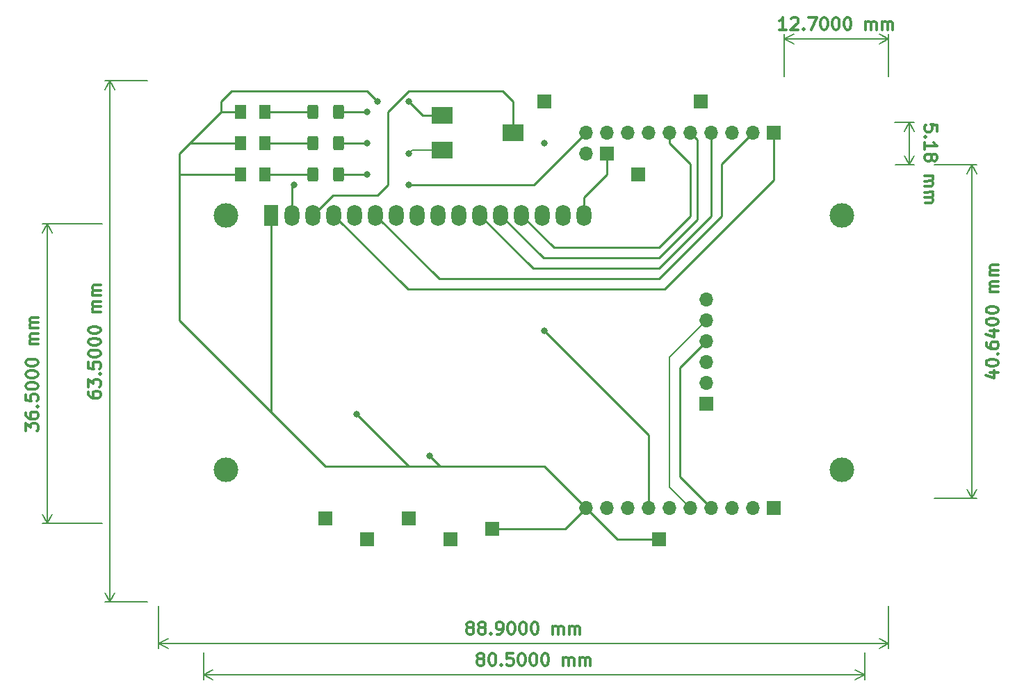
<source format=gbr>
%TF.GenerationSoftware,KiCad,Pcbnew,(6.0.4-0)*%
%TF.CreationDate,2022-04-21T19:16:38-04:00*%
%TF.ProjectId,msp_stuff,6d73705f-7374-4756-9666-2e6b69636164,rev?*%
%TF.SameCoordinates,Original*%
%TF.FileFunction,Copper,L1,Top*%
%TF.FilePolarity,Positive*%
%FSLAX46Y46*%
G04 Gerber Fmt 4.6, Leading zero omitted, Abs format (unit mm)*
G04 Created by KiCad (PCBNEW (6.0.4-0)) date 2022-04-21 19:16:38*
%MOMM*%
%LPD*%
G01*
G04 APERTURE LIST*
G04 Aperture macros list*
%AMRoundRect*
0 Rectangle with rounded corners*
0 $1 Rounding radius*
0 $2 $3 $4 $5 $6 $7 $8 $9 X,Y pos of 4 corners*
0 Add a 4 corners polygon primitive as box body*
4,1,4,$2,$3,$4,$5,$6,$7,$8,$9,$2,$3,0*
0 Add four circle primitives for the rounded corners*
1,1,$1+$1,$2,$3*
1,1,$1+$1,$4,$5*
1,1,$1+$1,$6,$7*
1,1,$1+$1,$8,$9*
0 Add four rect primitives between the rounded corners*
20,1,$1+$1,$2,$3,$4,$5,0*
20,1,$1+$1,$4,$5,$6,$7,0*
20,1,$1+$1,$6,$7,$8,$9,0*
20,1,$1+$1,$8,$9,$2,$3,0*%
G04 Aperture macros list end*
%ADD10C,0.300000*%
%TA.AperFunction,NonConductor*%
%ADD11C,0.300000*%
%TD*%
%TA.AperFunction,NonConductor*%
%ADD12C,0.200000*%
%TD*%
%TA.AperFunction,ComponentPad*%
%ADD13R,1.700000X1.700000*%
%TD*%
%TA.AperFunction,ComponentPad*%
%ADD14O,1.700000X1.700000*%
%TD*%
%TA.AperFunction,SMDPad,CuDef*%
%ADD15RoundRect,0.250001X-0.462499X-0.624999X0.462499X-0.624999X0.462499X0.624999X-0.462499X0.624999X0*%
%TD*%
%TA.AperFunction,SMDPad,CuDef*%
%ADD16RoundRect,0.250000X-0.400000X-0.625000X0.400000X-0.625000X0.400000X0.625000X-0.400000X0.625000X0*%
%TD*%
%TA.AperFunction,ComponentPad*%
%ADD17C,3.000000*%
%TD*%
%TA.AperFunction,ComponentPad*%
%ADD18R,1.800000X2.600000*%
%TD*%
%TA.AperFunction,ComponentPad*%
%ADD19O,1.800000X2.600000*%
%TD*%
%TA.AperFunction,SMDPad,CuDef*%
%ADD20R,2.500000X2.000000*%
%TD*%
%TA.AperFunction,ViaPad*%
%ADD21C,0.800000*%
%TD*%
%TA.AperFunction,Conductor*%
%ADD22C,0.250000*%
%TD*%
%TA.AperFunction,Conductor*%
%ADD23C,0.200000*%
%TD*%
G04 APERTURE END LIST*
D10*
D11*
X155218571Y-87778571D02*
X154361428Y-87778571D01*
X154790000Y-87778571D02*
X154790000Y-86278571D01*
X154647142Y-86492857D01*
X154504285Y-86635714D01*
X154361428Y-86707142D01*
X155790000Y-86421428D02*
X155861428Y-86350000D01*
X156004285Y-86278571D01*
X156361428Y-86278571D01*
X156504285Y-86350000D01*
X156575714Y-86421428D01*
X156647142Y-86564285D01*
X156647142Y-86707142D01*
X156575714Y-86921428D01*
X155718571Y-87778571D01*
X156647142Y-87778571D01*
X157290000Y-87635714D02*
X157361428Y-87707142D01*
X157290000Y-87778571D01*
X157218571Y-87707142D01*
X157290000Y-87635714D01*
X157290000Y-87778571D01*
X157861428Y-86278571D02*
X158861428Y-86278571D01*
X158218571Y-87778571D01*
X159718571Y-86278571D02*
X159861428Y-86278571D01*
X160004285Y-86350000D01*
X160075714Y-86421428D01*
X160147142Y-86564285D01*
X160218571Y-86850000D01*
X160218571Y-87207142D01*
X160147142Y-87492857D01*
X160075714Y-87635714D01*
X160004285Y-87707142D01*
X159861428Y-87778571D01*
X159718571Y-87778571D01*
X159575714Y-87707142D01*
X159504285Y-87635714D01*
X159432857Y-87492857D01*
X159361428Y-87207142D01*
X159361428Y-86850000D01*
X159432857Y-86564285D01*
X159504285Y-86421428D01*
X159575714Y-86350000D01*
X159718571Y-86278571D01*
X161147142Y-86278571D02*
X161290000Y-86278571D01*
X161432857Y-86350000D01*
X161504285Y-86421428D01*
X161575714Y-86564285D01*
X161647142Y-86850000D01*
X161647142Y-87207142D01*
X161575714Y-87492857D01*
X161504285Y-87635714D01*
X161432857Y-87707142D01*
X161290000Y-87778571D01*
X161147142Y-87778571D01*
X161004285Y-87707142D01*
X160932857Y-87635714D01*
X160861428Y-87492857D01*
X160790000Y-87207142D01*
X160790000Y-86850000D01*
X160861428Y-86564285D01*
X160932857Y-86421428D01*
X161004285Y-86350000D01*
X161147142Y-86278571D01*
X162575714Y-86278571D02*
X162718571Y-86278571D01*
X162861428Y-86350000D01*
X162932857Y-86421428D01*
X163004285Y-86564285D01*
X163075714Y-86850000D01*
X163075714Y-87207142D01*
X163004285Y-87492857D01*
X162932857Y-87635714D01*
X162861428Y-87707142D01*
X162718571Y-87778571D01*
X162575714Y-87778571D01*
X162432857Y-87707142D01*
X162361428Y-87635714D01*
X162290000Y-87492857D01*
X162218571Y-87207142D01*
X162218571Y-86850000D01*
X162290000Y-86564285D01*
X162361428Y-86421428D01*
X162432857Y-86350000D01*
X162575714Y-86278571D01*
X164861428Y-87778571D02*
X164861428Y-86778571D01*
X164861428Y-86921428D02*
X164932857Y-86850000D01*
X165075714Y-86778571D01*
X165290000Y-86778571D01*
X165432857Y-86850000D01*
X165504285Y-86992857D01*
X165504285Y-87778571D01*
X165504285Y-86992857D02*
X165575714Y-86850000D01*
X165718571Y-86778571D01*
X165932857Y-86778571D01*
X166075714Y-86850000D01*
X166147142Y-86992857D01*
X166147142Y-87778571D01*
X166861428Y-87778571D02*
X166861428Y-86778571D01*
X166861428Y-86921428D02*
X166932857Y-86850000D01*
X167075714Y-86778571D01*
X167290000Y-86778571D01*
X167432857Y-86850000D01*
X167504285Y-86992857D01*
X167504285Y-87778571D01*
X167504285Y-86992857D02*
X167575714Y-86850000D01*
X167718571Y-86778571D01*
X167932857Y-86778571D01*
X168075714Y-86850000D01*
X168147142Y-86992857D01*
X168147142Y-87778571D01*
D12*
X167640000Y-93479999D02*
X167640000Y-88313580D01*
X154940000Y-93479999D02*
X154940000Y-88313580D01*
X167640000Y-88900000D02*
X154940000Y-88900000D01*
X167640000Y-88900000D02*
X154940000Y-88900000D01*
X167640000Y-88900000D02*
X166513496Y-88313579D01*
X167640000Y-88900000D02*
X166513496Y-89486421D01*
X154940000Y-88900000D02*
X156066504Y-89486421D01*
X154940000Y-88900000D02*
X156066504Y-88313579D01*
D10*
D11*
X180018571Y-129499458D02*
X181018571Y-129499458D01*
X179447142Y-129856601D02*
X180518571Y-130213744D01*
X180518571Y-129285173D01*
X179518571Y-128428030D02*
X179518571Y-128285173D01*
X179590000Y-128142315D01*
X179661428Y-128070887D01*
X179804285Y-127999458D01*
X180090000Y-127928030D01*
X180447142Y-127928030D01*
X180732857Y-127999458D01*
X180875714Y-128070887D01*
X180947142Y-128142315D01*
X181018571Y-128285173D01*
X181018571Y-128428030D01*
X180947142Y-128570887D01*
X180875714Y-128642315D01*
X180732857Y-128713744D01*
X180447142Y-128785173D01*
X180090000Y-128785173D01*
X179804285Y-128713744D01*
X179661428Y-128642315D01*
X179590000Y-128570887D01*
X179518571Y-128428030D01*
X180875714Y-127285173D02*
X180947142Y-127213744D01*
X181018571Y-127285173D01*
X180947142Y-127356601D01*
X180875714Y-127285173D01*
X181018571Y-127285173D01*
X179518571Y-125928030D02*
X179518571Y-126213744D01*
X179590000Y-126356601D01*
X179661428Y-126428030D01*
X179875714Y-126570887D01*
X180161428Y-126642315D01*
X180732857Y-126642315D01*
X180875714Y-126570887D01*
X180947142Y-126499458D01*
X181018571Y-126356601D01*
X181018571Y-126070887D01*
X180947142Y-125928030D01*
X180875714Y-125856601D01*
X180732857Y-125785173D01*
X180375714Y-125785173D01*
X180232857Y-125856601D01*
X180161428Y-125928030D01*
X180090000Y-126070887D01*
X180090000Y-126356601D01*
X180161428Y-126499458D01*
X180232857Y-126570887D01*
X180375714Y-126642315D01*
X180018571Y-124499458D02*
X181018571Y-124499458D01*
X179447142Y-124856601D02*
X180518571Y-125213744D01*
X180518571Y-124285173D01*
X179518571Y-123428030D02*
X179518571Y-123285173D01*
X179590000Y-123142315D01*
X179661428Y-123070887D01*
X179804285Y-122999458D01*
X180090000Y-122928030D01*
X180447142Y-122928030D01*
X180732857Y-122999458D01*
X180875714Y-123070887D01*
X180947142Y-123142315D01*
X181018571Y-123285173D01*
X181018571Y-123428030D01*
X180947142Y-123570887D01*
X180875714Y-123642315D01*
X180732857Y-123713744D01*
X180447142Y-123785173D01*
X180090000Y-123785173D01*
X179804285Y-123713744D01*
X179661428Y-123642315D01*
X179590000Y-123570887D01*
X179518571Y-123428030D01*
X179518571Y-121999458D02*
X179518571Y-121856601D01*
X179590000Y-121713744D01*
X179661428Y-121642315D01*
X179804285Y-121570887D01*
X180090000Y-121499458D01*
X180447142Y-121499458D01*
X180732857Y-121570887D01*
X180875714Y-121642315D01*
X180947142Y-121713744D01*
X181018571Y-121856601D01*
X181018571Y-121999458D01*
X180947142Y-122142315D01*
X180875714Y-122213744D01*
X180732857Y-122285173D01*
X180447142Y-122356601D01*
X180090000Y-122356601D01*
X179804285Y-122285173D01*
X179661428Y-122213744D01*
X179590000Y-122142315D01*
X179518571Y-121999458D01*
X181018571Y-119713744D02*
X180018571Y-119713744D01*
X180161428Y-119713744D02*
X180090000Y-119642315D01*
X180018571Y-119499458D01*
X180018571Y-119285173D01*
X180090000Y-119142315D01*
X180232857Y-119070887D01*
X181018571Y-119070887D01*
X180232857Y-119070887D02*
X180090000Y-118999458D01*
X180018571Y-118856601D01*
X180018571Y-118642315D01*
X180090000Y-118499458D01*
X180232857Y-118428030D01*
X181018571Y-118428030D01*
X181018571Y-117713744D02*
X180018571Y-117713744D01*
X180161428Y-117713744D02*
X180090000Y-117642315D01*
X180018571Y-117499458D01*
X180018571Y-117285173D01*
X180090000Y-117142315D01*
X180232857Y-117070887D01*
X181018571Y-117070887D01*
X180232857Y-117070887D02*
X180090000Y-116999458D01*
X180018571Y-116856601D01*
X180018571Y-116642315D01*
X180090000Y-116499458D01*
X180232857Y-116428030D01*
X181018571Y-116428030D01*
D12*
X173220000Y-104235173D02*
X178386420Y-104235173D01*
X173220000Y-144875173D02*
X178386420Y-144875173D01*
X177800000Y-104235173D02*
X177800000Y-144875173D01*
X177800000Y-104235173D02*
X177800000Y-144875173D01*
X177800000Y-104235173D02*
X177213579Y-105361677D01*
X177800000Y-104235173D02*
X178386421Y-105361677D01*
X177800000Y-144875173D02*
X178386421Y-143748669D01*
X177800000Y-144875173D02*
X177213579Y-143748669D01*
D10*
D11*
X62538571Y-136682500D02*
X62538571Y-135753928D01*
X63110000Y-136253928D01*
X63110000Y-136039642D01*
X63181428Y-135896785D01*
X63252857Y-135825357D01*
X63395714Y-135753928D01*
X63752857Y-135753928D01*
X63895714Y-135825357D01*
X63967142Y-135896785D01*
X64038571Y-136039642D01*
X64038571Y-136468214D01*
X63967142Y-136611071D01*
X63895714Y-136682500D01*
X62538571Y-134468214D02*
X62538571Y-134753928D01*
X62610000Y-134896785D01*
X62681428Y-134968214D01*
X62895714Y-135111071D01*
X63181428Y-135182500D01*
X63752857Y-135182500D01*
X63895714Y-135111071D01*
X63967142Y-135039642D01*
X64038571Y-134896785D01*
X64038571Y-134611071D01*
X63967142Y-134468214D01*
X63895714Y-134396785D01*
X63752857Y-134325357D01*
X63395714Y-134325357D01*
X63252857Y-134396785D01*
X63181428Y-134468214D01*
X63110000Y-134611071D01*
X63110000Y-134896785D01*
X63181428Y-135039642D01*
X63252857Y-135111071D01*
X63395714Y-135182500D01*
X63895714Y-133682500D02*
X63967142Y-133611071D01*
X64038571Y-133682500D01*
X63967142Y-133753928D01*
X63895714Y-133682500D01*
X64038571Y-133682500D01*
X62538571Y-132253928D02*
X62538571Y-132968214D01*
X63252857Y-133039642D01*
X63181428Y-132968214D01*
X63110000Y-132825357D01*
X63110000Y-132468214D01*
X63181428Y-132325357D01*
X63252857Y-132253928D01*
X63395714Y-132182500D01*
X63752857Y-132182500D01*
X63895714Y-132253928D01*
X63967142Y-132325357D01*
X64038571Y-132468214D01*
X64038571Y-132825357D01*
X63967142Y-132968214D01*
X63895714Y-133039642D01*
X62538571Y-131253928D02*
X62538571Y-131111071D01*
X62610000Y-130968214D01*
X62681428Y-130896785D01*
X62824285Y-130825357D01*
X63110000Y-130753928D01*
X63467142Y-130753928D01*
X63752857Y-130825357D01*
X63895714Y-130896785D01*
X63967142Y-130968214D01*
X64038571Y-131111071D01*
X64038571Y-131253928D01*
X63967142Y-131396785D01*
X63895714Y-131468214D01*
X63752857Y-131539642D01*
X63467142Y-131611071D01*
X63110000Y-131611071D01*
X62824285Y-131539642D01*
X62681428Y-131468214D01*
X62610000Y-131396785D01*
X62538571Y-131253928D01*
X62538571Y-129825357D02*
X62538571Y-129682500D01*
X62610000Y-129539642D01*
X62681428Y-129468214D01*
X62824285Y-129396785D01*
X63110000Y-129325357D01*
X63467142Y-129325357D01*
X63752857Y-129396785D01*
X63895714Y-129468214D01*
X63967142Y-129539642D01*
X64038571Y-129682500D01*
X64038571Y-129825357D01*
X63967142Y-129968214D01*
X63895714Y-130039642D01*
X63752857Y-130111071D01*
X63467142Y-130182500D01*
X63110000Y-130182500D01*
X62824285Y-130111071D01*
X62681428Y-130039642D01*
X62610000Y-129968214D01*
X62538571Y-129825357D01*
X62538571Y-128396785D02*
X62538571Y-128253928D01*
X62610000Y-128111071D01*
X62681428Y-128039642D01*
X62824285Y-127968214D01*
X63110000Y-127896785D01*
X63467142Y-127896785D01*
X63752857Y-127968214D01*
X63895714Y-128039642D01*
X63967142Y-128111071D01*
X64038571Y-128253928D01*
X64038571Y-128396785D01*
X63967142Y-128539642D01*
X63895714Y-128611071D01*
X63752857Y-128682500D01*
X63467142Y-128753928D01*
X63110000Y-128753928D01*
X62824285Y-128682500D01*
X62681428Y-128611071D01*
X62610000Y-128539642D01*
X62538571Y-128396785D01*
X64038571Y-126111071D02*
X63038571Y-126111071D01*
X63181428Y-126111071D02*
X63110000Y-126039642D01*
X63038571Y-125896785D01*
X63038571Y-125682500D01*
X63110000Y-125539642D01*
X63252857Y-125468214D01*
X64038571Y-125468214D01*
X63252857Y-125468214D02*
X63110000Y-125396785D01*
X63038571Y-125253928D01*
X63038571Y-125039642D01*
X63110000Y-124896785D01*
X63252857Y-124825357D01*
X64038571Y-124825357D01*
X64038571Y-124111071D02*
X63038571Y-124111071D01*
X63181428Y-124111071D02*
X63110000Y-124039642D01*
X63038571Y-123896785D01*
X63038571Y-123682500D01*
X63110000Y-123539642D01*
X63252857Y-123468214D01*
X64038571Y-123468214D01*
X63252857Y-123468214D02*
X63110000Y-123396785D01*
X63038571Y-123253928D01*
X63038571Y-123039642D01*
X63110000Y-122896785D01*
X63252857Y-122825357D01*
X64038571Y-122825357D01*
D12*
X71890000Y-147932500D02*
X64573580Y-147932500D01*
X71890000Y-111432500D02*
X64573580Y-111432500D01*
X65160000Y-147932500D02*
X65160000Y-111432500D01*
X65160000Y-147932500D02*
X65160000Y-111432500D01*
X65160000Y-147932500D02*
X65746421Y-146805996D01*
X65160000Y-147932500D02*
X64573579Y-146805996D01*
X65160000Y-111432500D02*
X64573579Y-112559004D01*
X65160000Y-111432500D02*
X65746421Y-112559004D01*
D10*
D11*
X173518226Y-100135305D02*
X173514086Y-99421031D01*
X172799398Y-99353745D01*
X172871239Y-99424758D01*
X172943495Y-99567198D01*
X172945565Y-99924335D01*
X172874966Y-100067604D01*
X172803953Y-100139446D01*
X172661512Y-100211701D01*
X172304375Y-100213771D01*
X172161106Y-100143172D01*
X172089265Y-100072159D01*
X172017009Y-99929718D01*
X172014939Y-99572581D01*
X172085538Y-99429313D01*
X172156551Y-99357471D01*
X172165247Y-100857446D02*
X172094234Y-100929287D01*
X172022392Y-100858274D01*
X172093405Y-100786433D01*
X172165247Y-100857446D01*
X172022392Y-100858274D01*
X172031088Y-102358249D02*
X172026119Y-101501120D01*
X172028603Y-101929685D02*
X173528578Y-101920989D01*
X173313468Y-101779377D01*
X173169785Y-101637350D01*
X173097529Y-101494909D01*
X172893185Y-103210408D02*
X172963784Y-103067140D01*
X173034798Y-102995298D01*
X173177238Y-102923043D01*
X173248666Y-102922629D01*
X173391934Y-102993228D01*
X173463776Y-103064241D01*
X173536031Y-103206682D01*
X173537688Y-103492391D01*
X173467088Y-103635660D01*
X173396075Y-103707502D01*
X173253634Y-103779757D01*
X173182207Y-103780171D01*
X173038938Y-103709572D01*
X172967097Y-103638559D01*
X172894841Y-103496118D01*
X172893185Y-103210408D01*
X172820929Y-103067968D01*
X172749088Y-102996955D01*
X172605819Y-102926355D01*
X172320110Y-102928012D01*
X172177669Y-103000267D01*
X172106656Y-103072109D01*
X172036057Y-103215377D01*
X172037713Y-103501087D01*
X172109968Y-103643528D01*
X172181810Y-103714541D01*
X172325079Y-103785140D01*
X172610788Y-103783484D01*
X172753229Y-103711228D01*
X172824242Y-103639387D01*
X172894841Y-103496118D01*
X172049721Y-105572481D02*
X173049704Y-105566684D01*
X172906849Y-105567512D02*
X172978691Y-105638525D01*
X173050946Y-105780966D01*
X173052189Y-105995248D01*
X172981589Y-106138517D01*
X172839149Y-106210772D01*
X172053448Y-106215327D01*
X172839149Y-106210772D02*
X172982417Y-106281371D01*
X173054673Y-106423812D01*
X173055915Y-106638094D01*
X172985316Y-106781363D01*
X172842875Y-106853618D01*
X172057174Y-106858173D01*
X172061315Y-107572447D02*
X173061298Y-107566650D01*
X172918443Y-107567478D02*
X172990285Y-107638491D01*
X173062540Y-107780932D01*
X173063783Y-107995214D01*
X172993183Y-108138483D01*
X172850743Y-108210739D01*
X172065042Y-108215293D01*
X172850743Y-108210739D02*
X172994011Y-108281338D01*
X173066267Y-108423778D01*
X173067509Y-108638061D01*
X172996910Y-108781329D01*
X172854469Y-108853585D01*
X172068768Y-108858140D01*
D12*
X168397221Y-99070334D02*
X170736411Y-99056773D01*
X168427221Y-104245334D02*
X170766411Y-104231773D01*
X170150000Y-99060173D02*
X170180000Y-104235173D01*
X170150000Y-99060173D02*
X170180000Y-104235173D01*
X170150000Y-99060173D02*
X169570119Y-100190057D01*
X170150000Y-99060173D02*
X170742941Y-100183258D01*
X170180000Y-104235173D02*
X170759881Y-103105289D01*
X170180000Y-104235173D02*
X169587059Y-103112088D01*
D10*
D11*
X70158571Y-131944285D02*
X70158571Y-132230000D01*
X70230000Y-132372857D01*
X70301428Y-132444285D01*
X70515714Y-132587142D01*
X70801428Y-132658571D01*
X71372857Y-132658571D01*
X71515714Y-132587142D01*
X71587142Y-132515714D01*
X71658571Y-132372857D01*
X71658571Y-132087142D01*
X71587142Y-131944285D01*
X71515714Y-131872857D01*
X71372857Y-131801428D01*
X71015714Y-131801428D01*
X70872857Y-131872857D01*
X70801428Y-131944285D01*
X70730000Y-132087142D01*
X70730000Y-132372857D01*
X70801428Y-132515714D01*
X70872857Y-132587142D01*
X71015714Y-132658571D01*
X70158571Y-131301428D02*
X70158571Y-130372857D01*
X70730000Y-130872857D01*
X70730000Y-130658571D01*
X70801428Y-130515714D01*
X70872857Y-130444285D01*
X71015714Y-130372857D01*
X71372857Y-130372857D01*
X71515714Y-130444285D01*
X71587142Y-130515714D01*
X71658571Y-130658571D01*
X71658571Y-131087142D01*
X71587142Y-131230000D01*
X71515714Y-131301428D01*
X71515714Y-129730000D02*
X71587142Y-129658571D01*
X71658571Y-129730000D01*
X71587142Y-129801428D01*
X71515714Y-129730000D01*
X71658571Y-129730000D01*
X70158571Y-128301428D02*
X70158571Y-129015714D01*
X70872857Y-129087142D01*
X70801428Y-129015714D01*
X70730000Y-128872857D01*
X70730000Y-128515714D01*
X70801428Y-128372857D01*
X70872857Y-128301428D01*
X71015714Y-128230000D01*
X71372857Y-128230000D01*
X71515714Y-128301428D01*
X71587142Y-128372857D01*
X71658571Y-128515714D01*
X71658571Y-128872857D01*
X71587142Y-129015714D01*
X71515714Y-129087142D01*
X70158571Y-127301428D02*
X70158571Y-127158571D01*
X70230000Y-127015714D01*
X70301428Y-126944285D01*
X70444285Y-126872857D01*
X70730000Y-126801428D01*
X71087142Y-126801428D01*
X71372857Y-126872857D01*
X71515714Y-126944285D01*
X71587142Y-127015714D01*
X71658571Y-127158571D01*
X71658571Y-127301428D01*
X71587142Y-127444285D01*
X71515714Y-127515714D01*
X71372857Y-127587142D01*
X71087142Y-127658571D01*
X70730000Y-127658571D01*
X70444285Y-127587142D01*
X70301428Y-127515714D01*
X70230000Y-127444285D01*
X70158571Y-127301428D01*
X70158571Y-125872857D02*
X70158571Y-125730000D01*
X70230000Y-125587142D01*
X70301428Y-125515714D01*
X70444285Y-125444285D01*
X70730000Y-125372857D01*
X71087142Y-125372857D01*
X71372857Y-125444285D01*
X71515714Y-125515714D01*
X71587142Y-125587142D01*
X71658571Y-125730000D01*
X71658571Y-125872857D01*
X71587142Y-126015714D01*
X71515714Y-126087142D01*
X71372857Y-126158571D01*
X71087142Y-126230000D01*
X70730000Y-126230000D01*
X70444285Y-126158571D01*
X70301428Y-126087142D01*
X70230000Y-126015714D01*
X70158571Y-125872857D01*
X70158571Y-124444285D02*
X70158571Y-124301428D01*
X70230000Y-124158571D01*
X70301428Y-124087142D01*
X70444285Y-124015714D01*
X70730000Y-123944285D01*
X71087142Y-123944285D01*
X71372857Y-124015714D01*
X71515714Y-124087142D01*
X71587142Y-124158571D01*
X71658571Y-124301428D01*
X71658571Y-124444285D01*
X71587142Y-124587142D01*
X71515714Y-124658571D01*
X71372857Y-124730000D01*
X71087142Y-124801428D01*
X70730000Y-124801428D01*
X70444285Y-124730000D01*
X70301428Y-124658571D01*
X70230000Y-124587142D01*
X70158571Y-124444285D01*
X71658571Y-122158571D02*
X70658571Y-122158571D01*
X70801428Y-122158571D02*
X70730000Y-122087142D01*
X70658571Y-121944285D01*
X70658571Y-121730000D01*
X70730000Y-121587142D01*
X70872857Y-121515714D01*
X71658571Y-121515714D01*
X70872857Y-121515714D02*
X70730000Y-121444285D01*
X70658571Y-121301428D01*
X70658571Y-121087142D01*
X70730000Y-120944285D01*
X70872857Y-120872857D01*
X71658571Y-120872857D01*
X71658571Y-120158571D02*
X70658571Y-120158571D01*
X70801428Y-120158571D02*
X70730000Y-120087142D01*
X70658571Y-119944285D01*
X70658571Y-119730000D01*
X70730000Y-119587142D01*
X70872857Y-119515714D01*
X71658571Y-119515714D01*
X70872857Y-119515714D02*
X70730000Y-119444285D01*
X70658571Y-119301428D01*
X70658571Y-119087142D01*
X70730000Y-118944285D01*
X70872857Y-118872857D01*
X71658571Y-118872857D01*
D12*
X77360000Y-93980000D02*
X72193580Y-93980000D01*
X77360000Y-157480000D02*
X72193580Y-157480000D01*
X72780000Y-93980000D02*
X72780000Y-157480000D01*
X72780000Y-93980000D02*
X72780000Y-157480000D01*
X72780000Y-93980000D02*
X72193579Y-95106504D01*
X72780000Y-93980000D02*
X73366421Y-95106504D01*
X72780000Y-157480000D02*
X73366421Y-156353496D01*
X72780000Y-157480000D02*
X72193579Y-156353496D01*
D10*
D11*
X116547142Y-160581428D02*
X116404285Y-160510000D01*
X116332857Y-160438571D01*
X116261428Y-160295714D01*
X116261428Y-160224285D01*
X116332857Y-160081428D01*
X116404285Y-160010000D01*
X116547142Y-159938571D01*
X116832857Y-159938571D01*
X116975714Y-160010000D01*
X117047142Y-160081428D01*
X117118571Y-160224285D01*
X117118571Y-160295714D01*
X117047142Y-160438571D01*
X116975714Y-160510000D01*
X116832857Y-160581428D01*
X116547142Y-160581428D01*
X116404285Y-160652857D01*
X116332857Y-160724285D01*
X116261428Y-160867142D01*
X116261428Y-161152857D01*
X116332857Y-161295714D01*
X116404285Y-161367142D01*
X116547142Y-161438571D01*
X116832857Y-161438571D01*
X116975714Y-161367142D01*
X117047142Y-161295714D01*
X117118571Y-161152857D01*
X117118571Y-160867142D01*
X117047142Y-160724285D01*
X116975714Y-160652857D01*
X116832857Y-160581428D01*
X117975714Y-160581428D02*
X117832857Y-160510000D01*
X117761428Y-160438571D01*
X117690000Y-160295714D01*
X117690000Y-160224285D01*
X117761428Y-160081428D01*
X117832857Y-160010000D01*
X117975714Y-159938571D01*
X118261428Y-159938571D01*
X118404285Y-160010000D01*
X118475714Y-160081428D01*
X118547142Y-160224285D01*
X118547142Y-160295714D01*
X118475714Y-160438571D01*
X118404285Y-160510000D01*
X118261428Y-160581428D01*
X117975714Y-160581428D01*
X117832857Y-160652857D01*
X117761428Y-160724285D01*
X117690000Y-160867142D01*
X117690000Y-161152857D01*
X117761428Y-161295714D01*
X117832857Y-161367142D01*
X117975714Y-161438571D01*
X118261428Y-161438571D01*
X118404285Y-161367142D01*
X118475714Y-161295714D01*
X118547142Y-161152857D01*
X118547142Y-160867142D01*
X118475714Y-160724285D01*
X118404285Y-160652857D01*
X118261428Y-160581428D01*
X119190000Y-161295714D02*
X119261428Y-161367142D01*
X119190000Y-161438571D01*
X119118571Y-161367142D01*
X119190000Y-161295714D01*
X119190000Y-161438571D01*
X119975714Y-161438571D02*
X120261428Y-161438571D01*
X120404285Y-161367142D01*
X120475714Y-161295714D01*
X120618571Y-161081428D01*
X120690000Y-160795714D01*
X120690000Y-160224285D01*
X120618571Y-160081428D01*
X120547142Y-160010000D01*
X120404285Y-159938571D01*
X120118571Y-159938571D01*
X119975714Y-160010000D01*
X119904285Y-160081428D01*
X119832857Y-160224285D01*
X119832857Y-160581428D01*
X119904285Y-160724285D01*
X119975714Y-160795714D01*
X120118571Y-160867142D01*
X120404285Y-160867142D01*
X120547142Y-160795714D01*
X120618571Y-160724285D01*
X120690000Y-160581428D01*
X121618571Y-159938571D02*
X121761428Y-159938571D01*
X121904285Y-160010000D01*
X121975714Y-160081428D01*
X122047142Y-160224285D01*
X122118571Y-160510000D01*
X122118571Y-160867142D01*
X122047142Y-161152857D01*
X121975714Y-161295714D01*
X121904285Y-161367142D01*
X121761428Y-161438571D01*
X121618571Y-161438571D01*
X121475714Y-161367142D01*
X121404285Y-161295714D01*
X121332857Y-161152857D01*
X121261428Y-160867142D01*
X121261428Y-160510000D01*
X121332857Y-160224285D01*
X121404285Y-160081428D01*
X121475714Y-160010000D01*
X121618571Y-159938571D01*
X123047142Y-159938571D02*
X123190000Y-159938571D01*
X123332857Y-160010000D01*
X123404285Y-160081428D01*
X123475714Y-160224285D01*
X123547142Y-160510000D01*
X123547142Y-160867142D01*
X123475714Y-161152857D01*
X123404285Y-161295714D01*
X123332857Y-161367142D01*
X123190000Y-161438571D01*
X123047142Y-161438571D01*
X122904285Y-161367142D01*
X122832857Y-161295714D01*
X122761428Y-161152857D01*
X122690000Y-160867142D01*
X122690000Y-160510000D01*
X122761428Y-160224285D01*
X122832857Y-160081428D01*
X122904285Y-160010000D01*
X123047142Y-159938571D01*
X124475714Y-159938571D02*
X124618571Y-159938571D01*
X124761428Y-160010000D01*
X124832857Y-160081428D01*
X124904285Y-160224285D01*
X124975714Y-160510000D01*
X124975714Y-160867142D01*
X124904285Y-161152857D01*
X124832857Y-161295714D01*
X124761428Y-161367142D01*
X124618571Y-161438571D01*
X124475714Y-161438571D01*
X124332857Y-161367142D01*
X124261428Y-161295714D01*
X124190000Y-161152857D01*
X124118571Y-160867142D01*
X124118571Y-160510000D01*
X124190000Y-160224285D01*
X124261428Y-160081428D01*
X124332857Y-160010000D01*
X124475714Y-159938571D01*
X126761428Y-161438571D02*
X126761428Y-160438571D01*
X126761428Y-160581428D02*
X126832857Y-160510000D01*
X126975714Y-160438571D01*
X127190000Y-160438571D01*
X127332857Y-160510000D01*
X127404285Y-160652857D01*
X127404285Y-161438571D01*
X127404285Y-160652857D02*
X127475714Y-160510000D01*
X127618571Y-160438571D01*
X127832857Y-160438571D01*
X127975714Y-160510000D01*
X128047142Y-160652857D01*
X128047142Y-161438571D01*
X128761428Y-161438571D02*
X128761428Y-160438571D01*
X128761428Y-160581428D02*
X128832857Y-160510000D01*
X128975714Y-160438571D01*
X129190000Y-160438571D01*
X129332857Y-160510000D01*
X129404285Y-160652857D01*
X129404285Y-161438571D01*
X129404285Y-160652857D02*
X129475714Y-160510000D01*
X129618571Y-160438571D01*
X129832857Y-160438571D01*
X129975714Y-160510000D01*
X130047142Y-160652857D01*
X130047142Y-161438571D01*
D12*
X78740000Y-157980000D02*
X78740000Y-163146420D01*
X167640000Y-157980000D02*
X167640000Y-163146420D01*
X78740000Y-162560000D02*
X167640000Y-162560000D01*
X78740000Y-162560000D02*
X167640000Y-162560000D01*
X78740000Y-162560000D02*
X79866504Y-163146421D01*
X78740000Y-162560000D02*
X79866504Y-161973579D01*
X167640000Y-162560000D02*
X166513496Y-161973579D01*
X167640000Y-162560000D02*
X166513496Y-163146421D01*
D10*
D11*
X117817142Y-164391428D02*
X117674285Y-164320000D01*
X117602857Y-164248571D01*
X117531428Y-164105714D01*
X117531428Y-164034285D01*
X117602857Y-163891428D01*
X117674285Y-163820000D01*
X117817142Y-163748571D01*
X118102857Y-163748571D01*
X118245714Y-163820000D01*
X118317142Y-163891428D01*
X118388571Y-164034285D01*
X118388571Y-164105714D01*
X118317142Y-164248571D01*
X118245714Y-164320000D01*
X118102857Y-164391428D01*
X117817142Y-164391428D01*
X117674285Y-164462857D01*
X117602857Y-164534285D01*
X117531428Y-164677142D01*
X117531428Y-164962857D01*
X117602857Y-165105714D01*
X117674285Y-165177142D01*
X117817142Y-165248571D01*
X118102857Y-165248571D01*
X118245714Y-165177142D01*
X118317142Y-165105714D01*
X118388571Y-164962857D01*
X118388571Y-164677142D01*
X118317142Y-164534285D01*
X118245714Y-164462857D01*
X118102857Y-164391428D01*
X119317142Y-163748571D02*
X119460000Y-163748571D01*
X119602857Y-163820000D01*
X119674285Y-163891428D01*
X119745714Y-164034285D01*
X119817142Y-164320000D01*
X119817142Y-164677142D01*
X119745714Y-164962857D01*
X119674285Y-165105714D01*
X119602857Y-165177142D01*
X119460000Y-165248571D01*
X119317142Y-165248571D01*
X119174285Y-165177142D01*
X119102857Y-165105714D01*
X119031428Y-164962857D01*
X118960000Y-164677142D01*
X118960000Y-164320000D01*
X119031428Y-164034285D01*
X119102857Y-163891428D01*
X119174285Y-163820000D01*
X119317142Y-163748571D01*
X120460000Y-165105714D02*
X120531428Y-165177142D01*
X120460000Y-165248571D01*
X120388571Y-165177142D01*
X120460000Y-165105714D01*
X120460000Y-165248571D01*
X121888571Y-163748571D02*
X121174285Y-163748571D01*
X121102857Y-164462857D01*
X121174285Y-164391428D01*
X121317142Y-164320000D01*
X121674285Y-164320000D01*
X121817142Y-164391428D01*
X121888571Y-164462857D01*
X121960000Y-164605714D01*
X121960000Y-164962857D01*
X121888571Y-165105714D01*
X121817142Y-165177142D01*
X121674285Y-165248571D01*
X121317142Y-165248571D01*
X121174285Y-165177142D01*
X121102857Y-165105714D01*
X122888571Y-163748571D02*
X123031428Y-163748571D01*
X123174285Y-163820000D01*
X123245714Y-163891428D01*
X123317142Y-164034285D01*
X123388571Y-164320000D01*
X123388571Y-164677142D01*
X123317142Y-164962857D01*
X123245714Y-165105714D01*
X123174285Y-165177142D01*
X123031428Y-165248571D01*
X122888571Y-165248571D01*
X122745714Y-165177142D01*
X122674285Y-165105714D01*
X122602857Y-164962857D01*
X122531428Y-164677142D01*
X122531428Y-164320000D01*
X122602857Y-164034285D01*
X122674285Y-163891428D01*
X122745714Y-163820000D01*
X122888571Y-163748571D01*
X124317142Y-163748571D02*
X124460000Y-163748571D01*
X124602857Y-163820000D01*
X124674285Y-163891428D01*
X124745714Y-164034285D01*
X124817142Y-164320000D01*
X124817142Y-164677142D01*
X124745714Y-164962857D01*
X124674285Y-165105714D01*
X124602857Y-165177142D01*
X124460000Y-165248571D01*
X124317142Y-165248571D01*
X124174285Y-165177142D01*
X124102857Y-165105714D01*
X124031428Y-164962857D01*
X123960000Y-164677142D01*
X123960000Y-164320000D01*
X124031428Y-164034285D01*
X124102857Y-163891428D01*
X124174285Y-163820000D01*
X124317142Y-163748571D01*
X125745714Y-163748571D02*
X125888571Y-163748571D01*
X126031428Y-163820000D01*
X126102857Y-163891428D01*
X126174285Y-164034285D01*
X126245714Y-164320000D01*
X126245714Y-164677142D01*
X126174285Y-164962857D01*
X126102857Y-165105714D01*
X126031428Y-165177142D01*
X125888571Y-165248571D01*
X125745714Y-165248571D01*
X125602857Y-165177142D01*
X125531428Y-165105714D01*
X125460000Y-164962857D01*
X125388571Y-164677142D01*
X125388571Y-164320000D01*
X125460000Y-164034285D01*
X125531428Y-163891428D01*
X125602857Y-163820000D01*
X125745714Y-163748571D01*
X128031428Y-165248571D02*
X128031428Y-164248571D01*
X128031428Y-164391428D02*
X128102857Y-164320000D01*
X128245714Y-164248571D01*
X128460000Y-164248571D01*
X128602857Y-164320000D01*
X128674285Y-164462857D01*
X128674285Y-165248571D01*
X128674285Y-164462857D02*
X128745714Y-164320000D01*
X128888571Y-164248571D01*
X129102857Y-164248571D01*
X129245714Y-164320000D01*
X129317142Y-164462857D01*
X129317142Y-165248571D01*
X130031428Y-165248571D02*
X130031428Y-164248571D01*
X130031428Y-164391428D02*
X130102857Y-164320000D01*
X130245714Y-164248571D01*
X130460000Y-164248571D01*
X130602857Y-164320000D01*
X130674285Y-164462857D01*
X130674285Y-165248571D01*
X130674285Y-164462857D02*
X130745714Y-164320000D01*
X130888571Y-164248571D01*
X131102857Y-164248571D01*
X131245714Y-164320000D01*
X131317142Y-164462857D01*
X131317142Y-165248571D01*
D12*
X164710000Y-163672500D02*
X164710000Y-166956420D01*
X84210000Y-163672500D02*
X84210000Y-166956420D01*
X164710000Y-166370000D02*
X84210000Y-166370000D01*
X164710000Y-166370000D02*
X84210000Y-166370000D01*
X164710000Y-166370000D02*
X163583496Y-165783579D01*
X164710000Y-166370000D02*
X163583496Y-166956421D01*
X84210000Y-166370000D02*
X85336504Y-166956421D01*
X84210000Y-166370000D02*
X85336504Y-165783579D01*
D13*
%TO.P,REF\u002A\u002A,1*%
%TO.N,Net-(U1-Pad4)*%
X153640000Y-100330000D03*
D14*
%TO.P,REF\u002A\u002A,2*%
%TO.N,Net-(U1-Pad6)*%
X151100000Y-100330000D03*
%TO.P,REF\u002A\u002A,3*%
%TO.N,N/C*%
X148560000Y-100330000D03*
%TO.P,REF\u002A\u002A,4*%
%TO.N,Net-(U1-Pad11)*%
X146020000Y-100330000D03*
%TO.P,REF\u002A\u002A,5*%
%TO.N,Net-(U1-Pad12)*%
X143480000Y-100330000D03*
%TO.P,REF\u002A\u002A,6*%
%TO.N,Net-(U1-Pad13)*%
X140940000Y-100330000D03*
%TO.P,REF\u002A\u002A,7*%
%TO.N,N/C*%
X138400000Y-100330000D03*
%TO.P,REF\u002A\u002A,8*%
X135860000Y-100330000D03*
%TO.P,REF\u002A\u002A,9*%
X133320000Y-100330000D03*
%TO.P,REF\u002A\u002A,10*%
%TO.N,+BATT*%
X130780000Y-100330000D03*
%TD*%
D13*
%TO.P,REF\u002A\u002A,1*%
%TO.N,+BATT*%
X114300000Y-149860000D03*
%TD*%
%TO.P,REF\u002A\u002A,1*%
%TO.N,Net-(R3-Pad1)*%
X153670000Y-146050000D03*
D14*
%TO.P,REF\u002A\u002A,2*%
%TO.N,Net-(R2-Pad1)*%
X151130000Y-146050000D03*
%TO.P,REF\u002A\u002A,3*%
%TO.N,Net-(R1-Pad1)*%
X148590000Y-146050000D03*
%TO.P,REF\u002A\u002A,4*%
%TO.N,N/C*%
X146050000Y-146050000D03*
%TO.P,REF\u002A\u002A,5*%
X143510000Y-146050000D03*
%TO.P,REF\u002A\u002A,6*%
X140970000Y-146050000D03*
%TO.P,REF\u002A\u002A,7*%
%TO.N,Net-(U1-Pad14)*%
X138430000Y-146050000D03*
%TO.P,REF\u002A\u002A,8*%
%TO.N,N/C*%
X135890000Y-146050000D03*
%TO.P,REF\u002A\u002A,9*%
X133350000Y-146050000D03*
%TO.P,REF\u002A\u002A,10*%
%TO.N,GND*%
X130810000Y-146050000D03*
%TD*%
D15*
%TO.P,D3,1,K*%
%TO.N,GND*%
X88682500Y-97790000D03*
%TO.P,D3,2,A*%
%TO.N,Net-(D3-Pad2)*%
X91657500Y-97790000D03*
%TD*%
D13*
%TO.P,REF\u002A\u002A,1*%
%TO.N,+BATT*%
X145460000Y-133325000D03*
D14*
%TO.P,REF\u002A\u002A,2*%
X145460000Y-130785000D03*
%TO.P,REF\u002A\u002A,3*%
%TO.N,GND*%
X145460000Y-128245000D03*
%TO.P,REF\u002A\u002A,4*%
%TO.N,N/C*%
X145460000Y-125705000D03*
%TO.P,REF\u002A\u002A,5*%
X145460000Y-123165000D03*
%TO.P,REF\u002A\u002A,6*%
X145460000Y-120625000D03*
%TD*%
D16*
%TO.P,R2,1*%
%TO.N,Net-(D2-Pad2)*%
X97510000Y-101600000D03*
%TO.P,R2,2*%
%TO.N,Net-(R2-Pad1)*%
X100610000Y-101600000D03*
%TD*%
D17*
%TO.P,U1,*%
%TO.N,*%
X86960900Y-141373200D03*
X86960900Y-110372500D03*
X161959480Y-141373200D03*
X161960000Y-110372500D03*
D18*
%TO.P,U1,1,VSS*%
%TO.N,GND*%
X92460000Y-110372500D03*
D19*
%TO.P,U1,2,VDD*%
%TO.N,N/C*%
X95000000Y-110372500D03*
%TO.P,U1,3,Vo*%
%TO.N,Net-(RV1-Pad2)*%
X97540000Y-110372500D03*
%TO.P,U1,4,RS*%
%TO.N,Net-(U1-Pad4)*%
X100080000Y-110372500D03*
%TO.P,U1,5,R/~{W}*%
%TO.N,GND*%
X102620000Y-110372500D03*
%TO.P,U1,6,~{E}*%
%TO.N,Net-(U1-Pad6)*%
X105160000Y-110372500D03*
%TO.P,U1,7,DB0*%
%TO.N,unconnected-(U1-Pad7)*%
X107700000Y-110372500D03*
%TO.P,U1,8,DB1*%
%TO.N,unconnected-(U1-Pad8)*%
X110240000Y-110372500D03*
%TO.P,U1,9,DB2*%
%TO.N,unconnected-(U1-Pad9)*%
X112780000Y-110372500D03*
%TO.P,U1,10,DB3*%
%TO.N,unconnected-(U1-Pad10)*%
X115320000Y-110372500D03*
%TO.P,U1,11,DB4*%
%TO.N,Net-(U1-Pad11)*%
X117860000Y-110372500D03*
%TO.P,U1,12,DB5*%
%TO.N,Net-(U1-Pad12)*%
X120400000Y-110372500D03*
%TO.P,U1,13,DB6*%
%TO.N,Net-(U1-Pad13)*%
X122940000Y-110372500D03*
%TO.P,U1,14,DB7*%
%TO.N,Net-(U1-Pad14)*%
X125480000Y-110372500D03*
%TO.P,U1,15,A/VEE*%
%TO.N,+BATT*%
X128020000Y-110372500D03*
%TO.P,U1,16,K*%
%TO.N,GND*%
X130560000Y-110372500D03*
%TD*%
D13*
%TO.P,REF\u002A\u002A,1*%
%TO.N,N/C*%
X125730000Y-96520000D03*
%TD*%
D20*
%TO.P,RV1,1,1*%
%TO.N,N/C*%
X113270000Y-102480000D03*
%TO.P,RV1,2,2*%
%TO.N,Net-(RV1-Pad2)*%
X121920000Y-100330000D03*
%TO.P,RV1,3,3*%
%TO.N,GND*%
X113270000Y-98180000D03*
%TD*%
D13*
%TO.P,REF\u002A\u002A,1*%
%TO.N,N/C*%
X144780000Y-96520000D03*
%TD*%
%TO.P,REF\u002A\u002A,1*%
%TO.N,GND*%
X133350000Y-102845000D03*
D14*
%TO.P,REF\u002A\u002A,2*%
%TO.N,N/C*%
X130810000Y-102845000D03*
%TD*%
D16*
%TO.P,R1,1*%
%TO.N,Net-(D1-Pad2)*%
X97510000Y-105410000D03*
%TO.P,R1,2*%
%TO.N,Net-(R1-Pad1)*%
X100610000Y-105410000D03*
%TD*%
D13*
%TO.P,REF\u002A\u002A,1*%
%TO.N,+BATT*%
X109220000Y-147320000D03*
%TD*%
%TO.P,REF\u002A\u002A,1*%
%TO.N,+BATT*%
X104140000Y-149860000D03*
%TD*%
D15*
%TO.P,D1,1,K*%
%TO.N,GND*%
X88682500Y-105410000D03*
%TO.P,D1,2,A*%
%TO.N,Net-(D1-Pad2)*%
X91657500Y-105410000D03*
%TD*%
D13*
%TO.P,REF\u002A\u002A,1*%
%TO.N,GND*%
X119380000Y-148590000D03*
%TD*%
%TO.P,REF\u002A\u002A,1*%
%TO.N,+BATT*%
X99060000Y-147320000D03*
%TD*%
%TO.P,REF\u002A\u002A,1*%
%TO.N,GND*%
X139700000Y-149860000D03*
%TD*%
%TO.P,REF\u002A\u002A,1*%
%TO.N,+BATT*%
X137160000Y-105410000D03*
%TD*%
D16*
%TO.P,R3,1*%
%TO.N,Net-(D3-Pad2)*%
X97510000Y-97790000D03*
%TO.P,R3,2*%
%TO.N,Net-(R3-Pad1)*%
X100610000Y-97790000D03*
%TD*%
D15*
%TO.P,D2,1,K*%
%TO.N,GND*%
X88682500Y-101600000D03*
%TO.P,D2,2,A*%
%TO.N,Net-(D2-Pad2)*%
X91657500Y-101600000D03*
%TD*%
D21*
%TO.N,*%
X125730000Y-101600000D03*
X109220000Y-102870000D03*
X95250000Y-106680000D03*
%TO.N,GND*%
X102870000Y-134620000D03*
X109220000Y-96520000D03*
X105410000Y-96520000D03*
X111760000Y-139700000D03*
%TO.N,+BATT*%
X109220000Y-106680000D03*
%TO.N,Net-(U1-Pad14)*%
X125730000Y-124460000D03*
%TO.N,Net-(R1-Pad1)*%
X104140000Y-105410000D03*
%TO.N,Net-(R2-Pad1)*%
X104140000Y-101600000D03*
%TO.N,Net-(R3-Pad1)*%
X104140000Y-97790000D03*
%TD*%
D22*
%TO.N,*%
X142240000Y-128925000D02*
X142240000Y-142240000D01*
D23*
X140970000Y-143510000D02*
X140970000Y-127655000D01*
D22*
X142240000Y-142240000D02*
X146050000Y-146050000D01*
X145460000Y-125705000D02*
X142240000Y-128925000D01*
X95000000Y-106930000D02*
X95250000Y-106680000D01*
D23*
X140970000Y-143510000D02*
X143510000Y-146050000D01*
D22*
X95000000Y-110372500D02*
X95000000Y-106930000D01*
D23*
X109220000Y-102870000D02*
X109610000Y-102480000D01*
X112279639Y-102870000D02*
X112969820Y-102179819D01*
X109610000Y-102480000D02*
X113270000Y-102480000D01*
X140970000Y-127655000D02*
X145460000Y-123165000D01*
D22*
%TO.N,GND*%
X93980000Y-95250000D02*
X104140000Y-95250000D01*
X99060000Y-140970000D02*
X92710000Y-134620000D01*
X113030000Y-140970000D02*
X109220000Y-140970000D01*
X81280000Y-102870000D02*
X82550000Y-101600000D01*
X130810000Y-146050000D02*
X134620000Y-149860000D01*
X82550000Y-101600000D02*
X86360000Y-97790000D01*
X88682500Y-97790000D02*
X86360000Y-97790000D01*
X88682500Y-105410000D02*
X81280000Y-105410000D01*
X119380000Y-148590000D02*
X128270000Y-148590000D01*
X81280000Y-107950000D02*
X81280000Y-102870000D01*
X128270000Y-148590000D02*
X130810000Y-146050000D01*
X110880000Y-98180000D02*
X109220000Y-96520000D01*
X134620000Y-149860000D02*
X139700000Y-149860000D01*
X87630000Y-95250000D02*
X93980000Y-95250000D01*
X92460000Y-134370000D02*
X92460000Y-110372500D01*
X86360000Y-97790000D02*
X86360000Y-96520000D01*
X130810000Y-146050000D02*
X125730000Y-140970000D01*
X92710000Y-134620000D02*
X92460000Y-134370000D01*
X130560000Y-108200000D02*
X133350000Y-105410000D01*
X125730000Y-140970000D02*
X113030000Y-140970000D01*
X81280000Y-107950000D02*
X81280000Y-123190000D01*
X104140000Y-95250000D02*
X105410000Y-96520000D01*
X109220000Y-140970000D02*
X99060000Y-140970000D01*
X111760000Y-139700000D02*
X113030000Y-140970000D01*
X130560000Y-110372500D02*
X130560000Y-108200000D01*
X86360000Y-96520000D02*
X87630000Y-95250000D01*
X88682500Y-101600000D02*
X82550000Y-101600000D01*
X109220000Y-140970000D02*
X102870000Y-134620000D01*
X113270000Y-98180000D02*
X110880000Y-98180000D01*
X133350000Y-105410000D02*
X133350000Y-102845000D01*
X81280000Y-123190000D02*
X92710000Y-134620000D01*
%TO.N,Net-(D1-Pad2)*%
X97510000Y-105410000D02*
X91657500Y-105410000D01*
%TO.N,Net-(D2-Pad2)*%
X97510000Y-101600000D02*
X91657500Y-101600000D01*
%TO.N,Net-(D3-Pad2)*%
X97510000Y-97790000D02*
X91657500Y-97790000D01*
%TO.N,+BATT*%
X124460000Y-106680000D02*
X109220000Y-106680000D01*
X124460000Y-106650000D02*
X124460000Y-106680000D01*
X130780000Y-100330000D02*
X124460000Y-106650000D01*
%TO.N,Net-(RV1-Pad2)*%
X97540000Y-110372500D02*
X99962500Y-107950000D01*
X105410000Y-107950000D02*
X106680000Y-106680000D01*
X109220000Y-95250000D02*
X106680000Y-97790000D01*
X99962500Y-107950000D02*
X105410000Y-107950000D01*
X120650000Y-95250000D02*
X121920000Y-96520000D01*
X106680000Y-106680000D02*
X106680000Y-97790000D01*
X109220000Y-95250000D02*
X120650000Y-95250000D01*
X121920000Y-96520000D02*
X121920000Y-100330000D01*
%TO.N,Net-(U1-Pad4)*%
X153640000Y-106075718D02*
X153640000Y-100330000D01*
X100080000Y-110372500D02*
X109087500Y-119380000D01*
X109087500Y-119380000D02*
X140335718Y-119380000D01*
X140335718Y-119380000D02*
X153640000Y-106075718D01*
%TO.N,Net-(U1-Pad6)*%
X112897500Y-118110000D02*
X105160000Y-110372500D01*
X147320000Y-104110000D02*
X147320000Y-110490000D01*
X147320000Y-110490000D02*
X139700000Y-118110000D01*
X139700000Y-118110000D02*
X112897500Y-118110000D01*
X151100000Y-100330000D02*
X147320000Y-104110000D01*
%TO.N,Net-(U1-Pad11)*%
X146020000Y-109885717D02*
X146050000Y-109915717D01*
X146020000Y-100330000D02*
X146020000Y-109885717D01*
X124327500Y-116840000D02*
X117860000Y-110372500D01*
X146050000Y-110490000D02*
X139700000Y-116840000D01*
X146050000Y-109915717D02*
X146050000Y-110490000D01*
X139700000Y-116840000D02*
X124327500Y-116840000D01*
%TO.N,Net-(U1-Pad12)*%
X139700000Y-115570000D02*
X125597500Y-115570000D01*
X143480000Y-100330000D02*
X144330000Y-101180000D01*
X144330000Y-101180000D02*
X144330000Y-110940000D01*
X144330000Y-110940000D02*
X139700000Y-115570000D01*
X125597500Y-115570000D02*
X120400000Y-110372500D01*
%TO.N,Net-(U1-Pad13)*%
X143510000Y-104140000D02*
X143510000Y-110490000D01*
X140940000Y-101570000D02*
X143510000Y-104140000D01*
X143510000Y-110490000D02*
X139700000Y-114300000D01*
X139700000Y-114300000D02*
X126867500Y-114300000D01*
X140940000Y-100330000D02*
X140940000Y-101570000D01*
X126867500Y-114300000D02*
X122940000Y-110372500D01*
%TO.N,Net-(U1-Pad14)*%
X138430000Y-137160000D02*
X138430000Y-146050000D01*
X125730000Y-124460000D02*
X138430000Y-137160000D01*
%TO.N,Net-(R1-Pad1)*%
X104140000Y-105410000D02*
X100610000Y-105410000D01*
%TO.N,Net-(R2-Pad1)*%
X100610000Y-101600000D02*
X104140000Y-101600000D01*
%TO.N,Net-(R3-Pad1)*%
X104140000Y-97790000D02*
X100610000Y-97790000D01*
%TD*%
M02*

</source>
